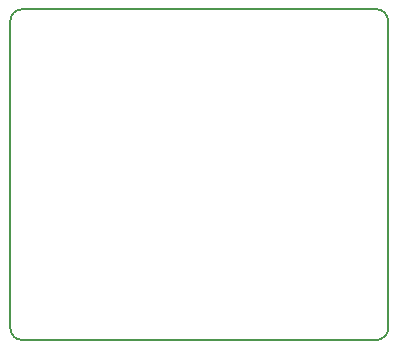
<source format=gm1>
G04 #@! TF.GenerationSoftware,KiCad,Pcbnew,(5.1.4)-1*
G04 #@! TF.CreationDate,2021-11-22T21:05:38+08:00*
G04 #@! TF.ProjectId,CAN-DB9,43414e2d-4442-4392-9e6b-696361645f70,rev?*
G04 #@! TF.SameCoordinates,Original*
G04 #@! TF.FileFunction,Profile,NP*
%FSLAX46Y46*%
G04 Gerber Fmt 4.6, Leading zero omitted, Abs format (unit mm)*
G04 Created by KiCad (PCBNEW (5.1.4)-1) date 2021-11-22 21:05:38*
%MOMM*%
%LPD*%
G04 APERTURE LIST*
%ADD10C,0.127000*%
G04 APERTURE END LIST*
D10*
X131000000Y-60000000D02*
G75*
G02X132000000Y-61000000I0J-1000000D01*
G01*
X132000000Y-87000000D02*
G75*
G02X131000000Y-88000000I-1000000J0D01*
G01*
X101000000Y-88000000D02*
G75*
G02X100000000Y-87000000I0J1000000D01*
G01*
X132000000Y-87000000D02*
X132000000Y-61000000D01*
X100000000Y-87000000D02*
X100000000Y-61000000D01*
X101000000Y-88000000D02*
X131000000Y-88000000D01*
X100000000Y-61000000D02*
G75*
G02X101000000Y-60000000I1000000J0D01*
G01*
X101000000Y-60000000D02*
X131000000Y-60000000D01*
M02*

</source>
